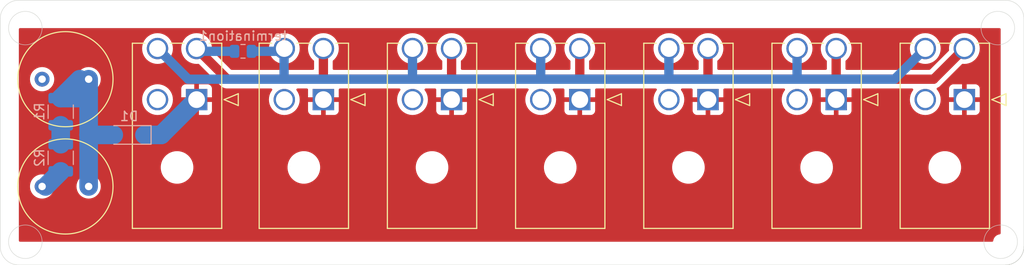
<source format=kicad_pcb>
(kicad_pcb (version 20240108) (generator "pcbnew") (generator_version "8.0")
  (layers (0 "F.Cu" signal) (31 "B.Cu" signal) (34 "B.Paste" user) (35 "F.Paste" user) (36 "B.SilkS" user "B.Silkscreen") (37 "F.SilkS" user "F.Silkscreen") (38 "B.Mask" user) (39 "F.Mask" user) (44 "Edge.Cuts" user))
  (net 0 "")
  (net 1 "GND")
  (net 2 "+12V")
  (net 3 "can-")
  (net 4 "can+")
  (net 5 "Net-(D1-A)")
  (net 6 "Net-(R1-Pad2)")
  (footprint "SolarCar:CON_1724480004" (layer "F.Cu") (at 175.775057 36.699999)
    (property "Reference" "J3" (hide yes))
    (property "Value" "1724480004" (hide yes))
    (fp_line (start -6.899989 -6.07) (end -6.899989 13.864999) (stroke (width 0.127)) (layer "F.SilkS"))
    (fp_line (start -6.899989 13.864999) (end 2.699992 13.864999) (stroke (width 0.127)) (layer "F.SilkS"))
    (fp_line (start -5.552277 -6.07) (end -6.899989 -6.07) (stroke (width 0.127)) (layer "F.SilkS"))
    (fp_line (start -1.352278 -6.07) (end -2.847722 -6.07) (stroke (width 0.127)) (layer "F.SilkS"))
    (fp_line (start 2.699992 -6.07) (end 1.352278 -6.07) (stroke (width 0.127)) (layer "F.SilkS"))
    (fp_line (start 2.699992 13.864999) (end 2.699992 -6.07) (stroke (width 0.127)) (layer "F.SilkS"))
    (fp_line (start 2.953992 0) (end 4.477992 -0.635) (stroke (width 0.127)) (layer "F.SilkS"))
    (fp_line (start 4.477992 -0.635) (end 4.477992 0.635) (stroke (width 0.127)) (layer "F.SilkS"))
    (fp_line (start 4.477992 0.635) (end 2.953992 0) (stroke (width 0.127)) (layer "F.SilkS"))
    (pad "" np_thru_hole circle (at -2.1 7.300001) (size 2.999999 2.999999) (drill 2.999999) (layers "*.Cu" "*.Mask"))
    (pad "1" thru_hole rect (at 0 0) (size 2.3 2.3) (drill 1.8) (layers "*.Cu" "*.Mask") (net 2 "+12V"))
    (pad "2" thru_hole circle (at -4.199999 0) (size 2.3 2.3) (drill 1.8) (layers "*.Cu" "*.Mask") (net 1 "GND"))
    (pad "3" thru_hole circle (at 0 -5.499999) (size 2.3 2.3) (drill 1.8) (layers "*.Cu" "*.Mask") (net 4 "can+"))
    (pad "4" thru_hole circle (at -4.199999 -5.499999) (size 2.3 2.3) (drill 1.8) (layers "*.Cu" "*.Mask") (net 3 "can-"))
  )
  (footprint "SolarCar:CON_1724480004" (layer "F.Cu") (at 162.000076 36.699999)
    (property "Reference" "J2" (hide yes))
    (property "Value" "1724480004" (hide yes))
    (fp_line (start -6.899989 -6.07) (end -6.899989 13.864999) (stroke (width 0.127)) (layer "F.SilkS"))
    (fp_line (start -6.899989 13.864999) (end 2.699992 13.864999) (stroke (width 0.127)) (layer "F.SilkS"))
    (fp_line (start -5.552277 -6.07) (end -6.899989 -6.07) (stroke (width 0.127)) (layer "F.SilkS"))
    (fp_line (start -1.352278 -6.07) (end -2.847722 -6.07) (stroke (width 0.127)) (layer "F.SilkS"))
    (fp_line (start 2.699992 -6.07) (end 1.352278 -6.07) (stroke (width 0.127)) (layer "F.SilkS"))
    (fp_line (start 2.699992 13.864999) (end 2.699992 -6.07) (stroke (width 0.127)) (layer "F.SilkS"))
    (fp_line (start 2.953992 0) (end 4.477992 -0.635) (stroke (width 0.127)) (layer "F.SilkS"))
    (fp_line (start 4.477992 -0.635) (end 4.477992 0.635) (stroke (width 0.127)) (layer "F.SilkS"))
    (fp_line (start 4.477992 0.635) (end 2.953992 0) (stroke (width 0.127)) (layer "F.SilkS"))
    (pad "" np_thru_hole circle (at -2.1 7.300001) (size 2.999999 2.999999) (drill 2.999999) (layers "*.Cu" "*.Mask"))
    (pad "1" thru_hole rect (at 0 0) (size 2.3 2.3) (drill 1.8) (layers "*.Cu" "*.Mask") (net 2 "+12V"))
    (pad "2" thru_hole circle (at -4.199999 0) (size 2.3 2.3) (drill 1.8) (layers "*.Cu" "*.Mask") (net 1 "GND"))
    (pad "3" thru_hole circle (at 0 -5.499999) (size 2.3 2.3) (drill 1.8) (layers "*.Cu" "*.Mask") (net 4 "can+"))
    (pad "4" thru_hole circle (at -4.199999 -5.499999) (size 2.3 2.3) (drill 1.8) (layers "*.Cu" "*.Mask") (net 3 "can-"))
  )
  (footprint "SolarCar:CON_1724480004" (layer "F.Cu") (at 148.225095 36.699999)
    (property "Reference" "J0" (hide yes))
    (property "Value" "1724480004" (hide yes))
    (fp_line (start -6.899989 -6.07) (end -6.899989 13.864999) (stroke (width 0.127)) (layer "F.SilkS"))
    (fp_line (start -6.899989 13.864999) (end 2.699992 13.864999) (stroke (width 0.127)) (layer "F.SilkS"))
    (fp_line (start -5.552277 -6.07) (end -6.899989 -6.07) (stroke (width 0.127)) (layer "F.SilkS"))
    (fp_line (start -1.352278 -6.07) (end -2.847722 -6.07) (stroke (width 0.127)) (layer "F.SilkS"))
    (fp_line (start 2.699992 -6.07) (end 1.352278 -6.07) (stroke (width 0.127)) (layer "F.SilkS"))
    (fp_line (start 2.699992 13.864999) (end 2.699992 -6.07) (stroke (width 0.127)) (layer "F.SilkS"))
    (fp_line (start 2.953992 0) (end 4.477992 -0.635) (stroke (width 0.127)) (layer "F.SilkS"))
    (fp_line (start 4.477992 -0.635) (end 4.477992 0.635) (stroke (width 0.127)) (layer "F.SilkS"))
    (fp_line (start 4.477992 0.635) (end 2.953992 0) (stroke (width 0.127)) (layer "F.SilkS"))
    (pad "" np_thru_hole circle (at -2.1 7.300001) (size 2.999999 2.999999) (drill 2.999999) (layers "*.Cu" "*.Mask"))
    (pad "1" thru_hole rect (at 0 0) (size 2.3 2.3) (drill 1.8) (layers "*.Cu" "*.Mask") (net 2 "+12V"))
    (pad "2" thru_hole circle (at -4.199999 0) (size 2.3 2.3) (drill 1.8) (layers "*.Cu" "*.Mask") (net 1 "GND"))
    (pad "3" thru_hole circle (at 0 -5.499999) (size 2.3 2.3) (drill 1.8) (layers "*.Cu" "*.Mask") (net 4 "can+"))
    (pad "4" thru_hole circle (at -4.199999 -5.499999) (size 2.3 2.3) (drill 1.8) (layers "*.Cu" "*.Mask") (net 3 "can-"))
  )
  (footprint "Capacitor_THT:C_Radial_D10.0mm_H20.0mm_P5.00mm" (layer "F.Cu") (at 118 46.05)
    (property "Reference" "farad_module2" (hide yes))
    (property "Value" "C")
    (fp_circle (center 2.5 0) (end 7.62 0) (stroke (width 0.12)) (fill none) (layer "F.SilkS"))
    (pad "1" thru_hole circle (at 0 0) (size 1.6 1.6) (drill 0.8) (layers "*.Cu" "*.Mask") (net 1 "GND"))
    (pad "2" thru_hole circle (at 5 0) (size 1.6 1.6) (drill 0.8) (layers "*.Cu" "*.Mask") (net 5 "Net-(D1-A)"))
  )
  (footprint "SolarCar:CON_1724480004" (layer "F.Cu") (at 189.550038 36.699999)
    (property "Reference" "J4" (hide yes))
    (property "Value" "1724480004" (hide yes))
    (fp_line (start -6.899989 -6.07) (end -6.899989 13.864999) (stroke (width 0.127)) (layer "F.SilkS"))
    (fp_line (start -6.899989 13.864999) (end 2.699992 13.864999) (stroke (width 0.127)) (layer "F.SilkS"))
    (fp_line (start -5.552277 -6.07) (end -6.899989 -6.07) (stroke (width 0.127)) (layer "F.SilkS"))
    (fp_line (start -1.352278 -6.07) (end -2.847722 -6.07) (stroke (width 0.127)) (layer "F.SilkS"))
    (fp_line (start 2.699992 -6.07) (end 1.352278 -6.07) (stroke (width 0.127)) (layer "F.SilkS"))
    (fp_line (start 2.699992 13.864999) (end 2.699992 -6.07) (stroke (width 0.127)) (layer "F.SilkS"))
    (fp_line (start 2.953992 0) (end 4.477992 -0.635) (stroke (width 0.127)) (layer "F.SilkS"))
    (fp_line (start 4.477992 -0.635) (end 4.477992 0.635) (stroke (width 0.127)) (layer "F.SilkS"))
    (fp_line (start 4.477992 0.635) (end 2.953992 0) (stroke (width 0.127)) (layer "F.SilkS"))
    (pad "" np_thru_hole circle (at -2.1 7.300001) (size 2.999999 2.999999) (drill 2.999999) (layers "*.Cu" "*.Mask"))
    (pad "1" thru_hole rect (at 0 0) (size 2.3 2.3) (drill 1.8) (layers "*.Cu" "*.Mask") (net 2 "+12V"))
    (pad "2" thru_hole circle (at -4.199999 0) (size 2.3 2.3) (drill 1.8) (layers "*.Cu" "*.Mask") (net 1 "GND"))
    (pad "3" thru_hole circle (at 0 -5.499999) (size 2.3 2.3) (drill 1.8) (layers "*.Cu" "*.Mask") (net 4 "can+"))
    (pad "4" thru_hole circle (at -4.199999 -5.499999) (size 2.3 2.3) (drill 1.8) (layers "*.Cu" "*.Mask") (net 3 "can-"))
  )
  (footprint "SolarCar:CON_1724480004" (layer "F.Cu") (at 217.1 36.699999)
    (property "Reference" "J6" (hide yes))
    (property "Value" "1724480004" (hide yes))
    (fp_line (start -6.899989 -6.07) (end -6.899989 13.864999) (stroke (width 0.127)) (layer "F.SilkS"))
    (fp_line (start -6.899989 13.864999) (end 2.699992 13.864999) (stroke (width 0.127)) (layer "F.SilkS"))
    (fp_line (start -5.552277 -6.07) (end -6.899989 -6.07) (stroke (width 0.127)) (layer "F.SilkS"))
    (fp_line (start -1.352278 -6.07) (end -2.847722 -6.07) (stroke (width 0.127)) (layer "F.SilkS"))
    (fp_line (start 2.699992 -6.07) (end 1.352278 -6.07) (stroke (width 0.127)) (layer "F.SilkS"))
    (fp_line (start 2.699992 13.864999) (end 2.699992 -6.07) (stroke (width 0.127)) (layer "F.SilkS"))
    (fp_line (start 2.953992 0) (end 4.477992 -0.635) (stroke (width 0.127)) (layer "F.SilkS"))
    (fp_line (start 4.477992 -0.635) (end 4.477992 0.635) (stroke (width 0.127)) (layer "F.SilkS"))
    (fp_line (start 4.477992 0.635) (end 2.953992 0) (stroke (width 0.127)) (layer "F.SilkS"))
    (pad "" np_thru_hole circle (at -2.1 7.300001) (size 2.999999 2.999999) (drill 2.999999) (layers "*.Cu" "*.Mask"))
    (pad "1" thru_hole rect (at 0 0) (size 2.3 2.3) (drill 1.8) (layers "*.Cu" "*.Mask") (net 2 "+12V"))
    (pad "2" thru_hole circle (at -4.199999 0) (size 2.3 2.3) (drill 1.8) (layers "*.Cu" "*.Mask") (net 1 "GND"))
    (pad "3" thru_hole circle (at 0 -5.499999) (size 2.3 2.3) (drill 1.8) (layers "*.Cu" "*.Mask") (net 4 "can+"))
    (pad "4" thru_hole circle (at -4.199999 -5.499999) (size 2.3 2.3) (drill 1.8) (layers "*.Cu" "*.Mask") (net 3 "can-"))
  )
  (footprint "Capacitor_THT:C_Radial_D10.0mm_H20.0mm_P5.00mm" (layer "F.Cu") (at 118 34.5)
    (property "Reference" "farad_module1" (hide yes))
    (property "Value" "C")
    (fp_circle (center 2.5 0) (end 7.62 0) (stroke (width 0.12)) (fill none) (layer "F.SilkS"))
    (pad "1" thru_hole circle (at 0 0) (size 1.6 1.6) (drill 0.8) (layers "*.Cu" "*.Mask") (net 1 "GND"))
    (pad "2" thru_hole circle (at 5 0) (size 1.6 1.6) (drill 0.8) (layers "*.Cu" "*.Mask") (net 5 "Net-(D1-A)"))
  )
  (footprint "SolarCar:CON_1724480004" (layer "F.Cu") (at 203.325019 36.699999)
    (property "Reference" "J5" (hide yes))
    (property "Value" "1724480004" (hide yes))
    (fp_line (start -6.899989 -6.07) (end -6.899989 13.864999) (stroke (width 0.127)) (layer "F.SilkS"))
    (fp_line (start -6.899989 13.864999) (end 2.699992 13.864999) (stroke (width 0.127)) (layer "F.SilkS"))
    (fp_line (start -5.552277 -6.07) (end -6.899989 -6.07) (stroke (width 0.127)) (layer "F.SilkS"))
    (fp_line (start -1.352278 -6.07) (end -2.847722 -6.07) (stroke (width 0.127)) (layer "F.SilkS"))
    (fp_line (start 2.699992 -6.07) (end 1.352278 -6.07) (stroke (width 0.127)) (layer "F.SilkS"))
    (fp_line (start 2.699992 13.864999) (end 2.699992 -6.07) (stroke (width 0.127)) (layer "F.SilkS"))
    (fp_line (start 2.953992 0) (end 4.477992 -0.635) (stroke (width 0.127)) (layer "F.SilkS"))
    (fp_line (start 4.477992 -0.635) (end 4.477992 0.635) (stroke (width 0.127)) (layer "F.SilkS"))
    (fp_line (start 4.477992 0.635) (end 2.953992 0) (stroke (width 0.127)) (layer "F.SilkS"))
    (pad "" np_thru_hole circle (at -2.1 7.300001) (size 2.999999 2.999999) (drill 2.999999) (layers "*.Cu" "*.Mask"))
    (pad "1" thru_hole rect (at 0 0) (size 2.3 2.3) (drill 1.8) (layers "*.Cu" "*.Mask") (net 2 "+12V"))
    (pad "2" thru_hole circle (at -4.199999 0) (size 2.3 2.3) (drill 1.8) (layers "*.Cu" "*.Mask") (net 1 "GND"))
    (pad "3" thru_hole circle (at 0 -5.499999) (size 2.3 2.3) (drill 1.8) (layers "*.Cu" "*.Mask") (net 4 "can+"))
    (pad "4" thru_hole circle (at -4.199999 -5.499999) (size 2.3 2.3) (drill 1.8) (layers "*.Cu" "*.Mask") (net 3 "can-"))
  )
  (footprint "SolarCar:CON_1724480004" (layer "F.Cu") (at 134.6 36.699999)
    (property "Reference" "J1" (hide yes))
    (property "Value" "1724480004" (hide yes))
    (fp_line (start -6.899989 -6.07) (end -6.899989 13.864999) (stroke (width 0.127)) (layer "F.SilkS"))
    (fp_line (start -6.899989 13.864999) (end 2.699992 13.864999) (stroke (width 0.127)) (layer "F.SilkS"))
    (fp_line (start -5.552277 -6.07) (end -6.899989 -6.07) (stroke (width 0.127)) (layer "F.SilkS"))
    (fp_line (start -1.352278 -6.07) (end -2.847722 -6.07) (stroke (width 0.127)) (layer "F.SilkS"))
    (fp_line (start 2.699992 -6.07) (end 1.352278 -6.07) (stroke (width 0.127)) (layer "F.SilkS"))
    (fp_line (start 2.699992 13.864999) (end 2.699992 -6.07) (stroke (width 0.127)) (layer "F.SilkS"))
    (fp_line (start 2.953992 0) (end 4.477992 -0.635) (stroke (width 0.127)) (layer "F.SilkS"))
    (fp_line (start 4.477992 -0.635) (end 4.477992 0.635) (stroke (width 0.127)) (layer "F.SilkS"))
    (fp_line (start 4.477992 0.635) (end 2.953992 0) (stroke (width 0.127)) (layer "F.SilkS"))
    (pad "" np_thru_hole circle (at -2.1 7.300001) (size 2.999999 2.999999) (drill 2.999999) (layers "*.Cu" "*.Mask"))
    (pad "1" thru_hole rect (at 0 0) (size 2.3 2.3) (drill 1.8) (layers "*.Cu" "*.Mask") (net 2 "+12V"))
    (pad "2" thru_hole circle (at -4.199999 0) (size 2.3 2.3) (drill 1.8) (layers "*.Cu" "*.Mask") (net 1 "GND"))
    (pad "3" thru_hole circle (at 0 -5.499999) (size 2.3 2.3) (drill 1.8) (layers "*.Cu" "*.Mask") (net 4 "can+"))
    (pad "4" thru_hole circle (at -4.199999 -5.499999) (size 2.3 2.3) (drill 1.8) (layers "*.Cu" "*.Mask") (net 3 "can-"))
  )
  (footprint "Diode_SMD:D_SOD-123" (layer "B.Cu") (at 127.35 40.5 180)
    (property "Reference" "D1" (at 0 2 0) (layer "B.SilkS") (effects (justify mirror)))
    (property "Value" "D")
    (fp_line (start 1.65 1) (end -2.36 1) (stroke (width 0.12)) (layer "B.SilkS"))
    (fp_line (start 1.65 -1) (end -2.36 -1) (stroke (width 0.12)) (layer "B.SilkS"))
    (fp_line (start -2.36 -1) (end -2.36 1) (stroke (width 0.12)) (layer "B.SilkS"))
    (pad "1" smd roundrect (at -1.65 0 180) (size 0.9 1.2) (layers "B.Cu" "B.Paste" "B.Mask") (net 2 "+12V"))
    (pad "2" smd roundrect (at 1.65 0 180) (size 0.9 1.2) (layers "B.Cu" "B.Paste" "B.Mask") (net 5 "Net-(D1-A)"))
  )
  (footprint "Resistor_SMD:R_1210_3225Metric" (layer "B.Cu") (at 120 42.9625 -90)
    (property "Reference" "R2" (at 0 2.28 90) (layer "B.SilkS") (effects (justify mirror)))
    (property "Value" "R")
    (fp_line (start 0.723737 1.355) (end -0.723737 1.355) (stroke (width 0.12)) (layer "B.SilkS"))
    (fp_line (start 0.723737 -1.355) (end -0.723737 -1.355) (stroke (width 0.12)) (layer "B.SilkS"))
    (pad "1" smd roundrect (at -1.4625 0 270) (size 1.125 2.65) (layers "B.Cu" "B.Paste" "B.Mask") (roundrect_rratio 0.222222) (net 6 "Net-(R1-Pad2)"))
    (pad "2" smd roundrect (at 1.4625 0 270) (size 1.125 2.65) (layers "B.Cu" "B.Paste" "B.Mask") (roundrect_rratio 0.222222) (net 1 "GND"))
  )
  (footprint "Resistor_SMD:R_1210_3225Metric" (layer "B.Cu") (at 120 38 -90)
    (property "Reference" "R1" (at 0 2.28 90) (layer "B.SilkS") (effects (justify mirror)))
    (property "Value" "R")
    (fp_line (start 0.723737 1.355) (end -0.723737 1.355) (stroke (width 0.12)) (layer "B.SilkS"))
    (fp_line (start 0.723737 -1.355) (end -0.723737 -1.355) (stroke (width 0.12)) (layer "B.SilkS"))
    (pad "1" smd roundrect (at -1.4625 0 270) (size 1.125 2.65) (layers "B.Cu" "B.Paste" "B.Mask") (roundrect_rratio 0.222222) (net 5 "Net-(D1-A)"))
    (pad "2" smd roundrect (at 1.4625 0 270) (size 1.125 2.65) (layers "B.Cu" "B.Paste" "B.Mask") (roundrect_rratio 0.222222) (net 6 "Net-(R1-Pad2)"))
  )
  (footprint "Resistor_SMD:R_0805_2012Metric" (layer "B.Cu") (at 139.5875 31.5 180)
    (property "Reference" "termination1" (at 0 1.65 0) (layer "B.SilkS") (effects (justify mirror)))
    (property "Value" "120 Ω")
    (fp_line (start 0.227064 0.735) (end -0.227064 0.735) (stroke (width 0.12)) (layer "B.SilkS"))
    (fp_line (start 0.227064 -0.735) (end -0.227064 -0.735) (stroke (width 0.12)) (layer "B.SilkS"))
    (pad "1" smd roundrect (at -0.9125 0 180) (size 1.025 1.4) (layers "B.Cu" "B.Paste" "B.Mask") (roundrect_rratio 0.243902) (net 3 "can-"))
    (pad "2" smd roundrect (at 0.9125 0 180) (size 1.025 1.4) (layers "B.Cu" "B.Paste" "B.Mask") (roundrect_rratio 0.243902) (net 4 "can+"))
  )
  (gr_circle (center 116.197225 52) (end 114.697225 53) (stroke (width 0.05)) (fill none) (layer "Edge.Cuts"))
  (gr_circle (center 116.197225 29) (end 114.697225 30) (stroke (width 0.05)) (fill none) (layer "Edge.Cuts"))
  (gr_circle (center 221 52) (end 219.5 53) (stroke (width 0.05)) (fill none) (layer "Edge.Cuts"))
  (gr_line (start 115.5 26) (end 221.5 26) (stroke (width 0.05)) (layer "Edge.Cuts"))
  (gr_arc (start 115.5 54.5) (mid 114.085786 53.914214) (end 113.5 52.5) (stroke (width 0.05)) (layer "Edge.Cuts"))
  (gr_line (start 221.5 54.5) (end 115.5 54.5) (stroke (width 0.05)) (layer "Edge.Cuts"))
  (gr_arc (start 113.5 28) (mid 114.085786 26.585786) (end 115.5 26) (stroke (width 0.05)) (layer "Edge.Cuts"))
  (gr_arc (start 223.5 52.5) (mid 222.914214 53.914214) (end 221.5 54.5) (stroke (width 0.05)) (layer "Edge.Cuts"))
  (gr_arc (start 223.5 52.5) (mid 222.914214 53.914214) (end 221.5 54.5) (stroke (width 0.05)) (layer "Edge.Cuts"))
  (gr_circle (center 220.697225 29) (end 219.197225 30) (stroke (width 0.05)) (fill none) (layer "Edge.Cuts"))
  (gr_arc (start 223.5 52.5) (mid 222.914214 53.914214) (end 221.5 54.5) (stroke (width 0.05)) (layer "Edge.Cuts"))
  (gr_line (start 223.5 28) (end 223.5 52.5) (stroke (width 0.05)) (layer "Edge.Cuts"))
  (gr_arc (start 221.5 26) (mid 222.914214 26.585786) (end 223.5 28) (stroke (width 0.05)) (layer "Edge.Cuts"))
  (gr_line (start 113.5 52.5) (end 113.5 28) (stroke (width 0.05)) (layer "Edge.Cuts"))
  (segment (start 118.375 46.05) (end 118 46.05) (width 0.2) (layer "B.Cu") (net 1))
  (segment (start 120 44.425) (end 118.375 46.05) (width 2) (layer "B.Cu") (net 1))
  (segment (start 130.799999 40.5) (end 134.6 36.699999) (width 2) (layer "B.Cu") (net 2))
  (segment (start 129 40.5) (end 130.799999 40.5) (width 2) (layer "B.Cu") (net 2))
  (segment (start 199.12502 34.12502) (end 199.5 34.5) (width 0.2) (layer "B.Cu") (net 3))
  (segment (start 157.800077 34.300077) (end 158 34.5) (width 0.2) (layer "B.Cu") (net 3))
  (segment (start 171.575058 34.424942) (end 171.5 34.5) (width 0.2) (layer "B.Cu") (net 3))
  (segment (start 140.5 31.5) (end 143.725096 31.5) (width 1) (layer "B.Cu") (net 3))
  (segment (start 158 34.5) (end 144 34.5) (width 1) (layer "B.Cu") (net 3))
  (segment (start 209.600001 34.5) (end 199.5 34.5) (width 1) (layer "B.Cu") (net 3))
  (segment (start 133.700001 34.5) (end 130.400001 31.2) (width 1) (layer "B.Cu") (net 3))
  (segment (start 144 34.5) (end 133.700001 34.5) (width 1) (layer "B.Cu") (net 3))
  (segment (start 185 34.5) (end 171.5 34.5) (width 1) (layer "B.Cu") (net 3))
  (segment (start 171.575058 31.2) (end 171.575058 34.424942) (width 1) (layer "B.Cu") (net 3))
  (segment (start 185.350039 31.2) (end 185.350039 34.149961) (width 1) (layer "B.Cu") (net 3))
  (segment (start 144 31.774904) (end 144 34.5) (width 1) (layer "B.Cu") (net 3))
  (segment (start 171.5 34.5) (end 158 34.5) (width 1) (layer "B.Cu") (net 3))
  (segment (start 143.725096 31.5) (end 144.025096 31.2) (width 0.2) (layer "B.Cu") (net 3))
  (segment (start 212.900001 31.2) (end 209.600001 34.5) (width 1) (layer "B.Cu") (net 3))
  (segment (start 199.12502 31.2) (end 199.12502 34.12502) (width 1) (layer "B.Cu") (net 3))
  (segment (start 185.350039 34.149961) (end 185 34.5) (width 0.2) (layer "B.Cu") (net 3))
  (segment (start 143.725096 31.5) (end 144 31.774904) (width 0.2) (layer "B.Cu") (net 3))
  (segment (start 199.5 34.5) (end 185 34.5) (width 1) (layer "B.Cu") (net 3))
  (segment (start 157.800077 31.2) (end 157.800077 34.300077) (width 1) (layer "B.Cu") (net 3))
  (segment (start 203.325019 31.2) (end 203.325019 34.325019) (width 1) (layer "F.Cu") (net 4))
  (segment (start 175.5 34.5) (end 162 34.5) (width 1) (layer "F.Cu") (net 4))
  (segment (start 137.9 34.5) (end 134.6 31.2) (width 1) (layer "F.Cu") (net 4))
  (segment (start 148.225095 31.2) (end 148.225095 34.225095) (width 1) (layer "F.Cu") (net 4))
  (segment (start 162.000076 31.2) (end 162.000076 34.499924) (width 1) (layer "F.Cu") (net 4))
  (segment (start 189.550038 34.050038) (end 190 34.5) (width 0.2) (layer "F.Cu") (net 4))
  (segment (start 162.000076 34.499924) (end 162 34.5) (width 0.2) (layer "F.Cu") (net 4))
  (segment (start 190 34.5) (end 175.5 34.5) (width 1) (layer "F.Cu") (net 4))
  (segment (start 189.550038 31.2) (end 189.550038 34.050038) (width 1) (layer "F.Cu") (net 4))
  (segment (start 148.5 34.5) (end 137.9 34.5) (width 1) (layer "F.Cu") (net 4))
  (segment (start 175.775057 34.224943) (end 175.5 34.5) (width 0.2) (layer "F.Cu") (net 4))
  (segment (start 162 34.5) (end 148.5 34.5) (width 1) (layer "F.Cu") (net 4))
  (segment (start 203.5 34.5) (end 190 34.5) (width 1) (layer "F.Cu") (net 4))
  (segment (start 175.775057 31.2) (end 175.775057 34.224943) (width 1) (layer "F.Cu") (net 4))
  (segment (start 148.225095 34.225095) (end 148.5 34.5) (width 0.2) (layer "F.Cu") (net 4))
  (segment (start 217.1 31.2) (end 213.8 34.5) (width 1) (layer "F.Cu") (net 4))
  (segment (start 213.8 34.5) (end 203.5 34.5) (width 1) (layer "F.Cu") (net 4))
  (segment (start 203.325019 34.325019) (end 203.5 34.5) (width 0.2) (layer "F.Cu") (net 4))
  (segment (start 134.9 31.5) (end 134.6 31.2) (width 0.2) (layer "B.Cu") (net 4))
  (segment (start 138.675 31.5) (end 134.9 31.5) (width 1) (layer "B.Cu") (net 4))
  (segment (start 123 40.5) (end 123 46.05) (width 2) (layer "B.Cu") (net 5))
  (segment (start 120 36.5375) (end 122.0375 34.5) (width 2) (layer "B.Cu") (net 5))
  (segment (start 123 34.5) (end 123 36) (width 2) (layer "B.Cu") (net 5))
  (segment (start 122.0375 34.5) (end 123 34.5) (width 0.2) (layer "B.Cu") (net 5))
  (segment (start 122.4625 36.5375) (end 123 36) (width 0.2) (layer "B.Cu") (net 5))
  (segment (start 123 40.5) (end 125.7 40.5) (width 2) (layer "B.Cu") (net 5))
  (segment (start 123 36) (end 123 40.5) (width 2) (layer "B.Cu") (net 5))
  (segment (start 120 36.5375) (end 122.4625 36.5375) (width 2) (layer "B.Cu") (net 5))
  (segment (start 120 39.4625) (end 120 41.5) (width 2) (layer "B.Cu") (net 6))
  (zone (net 2) (net_name "+12V") (layer "F.Cu") (connect_pads (clearance 0.5)) (min_thickness 0.25) (fill yes (thermal_gap 0.5) (thermal_bridge_width 0.5))
    (polygon (pts (xy 115.5 29) (xy 115.5 52) (xy 221 52) (xy 221 29)))
  )
)
</source>
